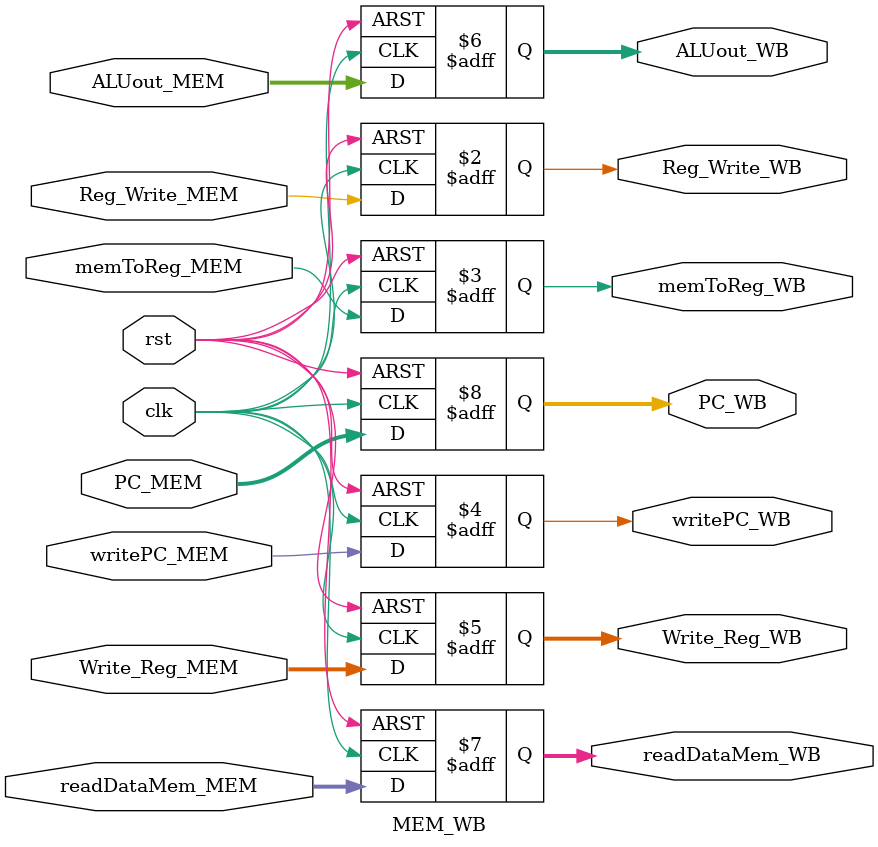
<source format=v>
module MEM_WB(input clk,rst,Reg_Write_MEM,memToReg_MEM,writePC_MEM,input[4:0]Write_Reg_MEM,input [31:0] ALUout_MEM,readDataMem_MEM,PC_MEM,output reg Reg_Write_WB,memToReg_WB,writePC_WB,output reg [4:0]Write_Reg_WB,output reg [31:0] ALUout_WB,readDataMem_WB,PC_WB);
always@(posedge clk,posedge rst)begin
    if(rst)begin
        Reg_Write_WB<=0;
        memToReg_WB<=0;
        writePC_WB<=0;
        Write_Reg_WB<=0;
        ALUout_WB<=0;
        readDataMem_WB<=0;
        PC_WB<=0;
    end
    else begin
        Reg_Write_WB<=Reg_Write_MEM;
        memToReg_WB<=memToReg_MEM;
        writePC_WB<=writePC_MEM;
        Write_Reg_WB<=Write_Reg_MEM;
        ALUout_WB<=ALUout_MEM;
        readDataMem_WB<=readDataMem_MEM;
        PC_WB<=PC_MEM;
    end
end

endmodule
</source>
